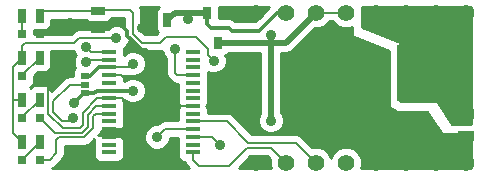
<source format=gtl>
G04 (created by PCBNEW-RS274X (2012-apr-16-27)-stable) date Sun 05 Jan 2014 06:44:37 PM EST*
G01*
G70*
G90*
%MOIN*%
G04 Gerber Fmt 3.4, Leading zero omitted, Abs format*
%FSLAX34Y34*%
G04 APERTURE LIST*
%ADD10C,0.006000*%
%ADD11C,0.189000*%
%ADD12R,0.189000X0.189000*%
%ADD13R,0.050000X0.016000*%
%ADD14R,0.027600X0.039400*%
%ADD15R,0.055000X0.035000*%
%ADD16R,0.025000X0.045000*%
%ADD17R,0.045000X0.025000*%
%ADD18R,0.030000X0.020000*%
%ADD19R,0.031400X0.031400*%
%ADD20C,0.055000*%
%ADD21C,0.035000*%
%ADD22C,0.008000*%
%ADD23C,0.020000*%
%ADD24C,0.012000*%
%ADD25C,0.010000*%
G04 APERTURE END LIST*
G54D10*
G54D11*
X71750Y-26500D03*
G54D12*
X74150Y-26500D03*
G54D11*
X72650Y-28500D03*
G54D13*
X66400Y-29150D03*
X66400Y-28900D03*
X66400Y-28640D03*
X66400Y-28380D03*
X66400Y-28130D03*
X66400Y-27870D03*
X66400Y-27610D03*
X66400Y-27360D03*
X66400Y-27100D03*
X66400Y-26850D03*
X66400Y-26590D03*
X66400Y-26330D03*
X66400Y-26080D03*
X66400Y-25820D03*
X63600Y-25820D03*
X63600Y-26080D03*
X63600Y-26320D03*
X63600Y-26590D03*
X63600Y-26850D03*
X63600Y-27100D03*
X63600Y-27360D03*
X63600Y-27610D03*
X63600Y-27870D03*
X63600Y-28130D03*
X63600Y-28380D03*
X63600Y-28640D03*
X63600Y-28900D03*
X63600Y-29150D03*
G54D14*
X67250Y-25500D03*
X66875Y-24500D03*
X67625Y-24500D03*
G54D15*
X75500Y-27875D03*
X75500Y-28625D03*
G54D16*
X65550Y-24750D03*
X64950Y-24750D03*
G54D17*
X63250Y-24450D03*
X63250Y-25050D03*
G54D18*
X62800Y-26900D03*
X62800Y-27180D03*
X62800Y-26620D03*
G54D16*
X61300Y-24600D03*
X60700Y-24600D03*
X60700Y-26000D03*
X61300Y-26000D03*
X61300Y-27400D03*
X60700Y-27400D03*
X61300Y-28800D03*
X60700Y-28800D03*
G54D19*
X60705Y-28000D03*
X61295Y-28000D03*
X60705Y-29400D03*
X61295Y-29400D03*
X60705Y-25200D03*
X61295Y-25200D03*
X60705Y-26600D03*
X61295Y-26600D03*
G54D20*
X68500Y-29500D03*
X69500Y-29500D03*
X70500Y-29500D03*
X71500Y-29500D03*
X72500Y-29500D03*
X73500Y-29500D03*
X74500Y-29500D03*
X75500Y-29500D03*
X75500Y-24500D03*
X74500Y-24500D03*
X73500Y-24500D03*
X72500Y-24500D03*
X71500Y-24500D03*
X70500Y-24500D03*
X69500Y-24500D03*
X68500Y-24500D03*
G54D21*
X67100Y-26100D03*
X66250Y-24700D03*
X63850Y-25350D03*
X69000Y-25250D03*
X69000Y-28100D03*
X67300Y-28900D03*
X62300Y-24850D03*
X64700Y-25000D03*
X65400Y-26700D03*
X65200Y-28000D03*
X62400Y-28000D03*
X65200Y-28650D03*
X62850Y-25650D03*
X62850Y-26150D03*
X65800Y-25700D03*
X64400Y-26200D03*
X62425Y-27525D03*
X64400Y-27100D03*
G54D22*
X63600Y-24400D02*
X64300Y-24400D01*
X64300Y-24400D02*
X64400Y-24500D01*
X66900Y-25700D02*
X66500Y-25300D01*
X66900Y-25900D02*
X66900Y-25700D01*
X64400Y-25200D02*
X64700Y-25500D01*
X67100Y-26100D02*
X66900Y-25900D01*
X64700Y-25500D02*
X65300Y-25500D01*
X65300Y-25500D02*
X65500Y-25300D01*
X65500Y-25300D02*
X66500Y-25300D01*
X63300Y-24400D02*
X63250Y-24450D01*
X74150Y-24850D02*
X74500Y-24500D01*
X74150Y-26500D02*
X74150Y-24850D01*
X73500Y-24500D02*
X72500Y-24500D01*
X74500Y-24500D02*
X73500Y-24500D01*
X75500Y-24500D02*
X74500Y-24500D01*
X61300Y-24600D02*
X61450Y-24450D01*
X61450Y-24450D02*
X63250Y-24450D01*
G54D23*
X75500Y-27850D02*
X74150Y-26500D01*
X75500Y-27875D02*
X75500Y-27850D01*
G54D22*
X64400Y-24500D02*
X64400Y-25200D01*
X63600Y-24400D02*
X63300Y-24400D01*
X60700Y-26000D02*
X60700Y-25600D01*
G54D23*
X65800Y-24500D02*
X66200Y-24500D01*
G54D22*
X66250Y-24700D02*
X66350Y-24600D01*
X66350Y-24600D02*
X66350Y-24500D01*
X62600Y-25350D02*
X63850Y-25350D01*
X62450Y-25500D02*
X62600Y-25350D01*
X60800Y-25500D02*
X62450Y-25500D01*
X60700Y-25600D02*
X60800Y-25500D01*
G54D24*
X69500Y-24500D02*
X69200Y-24500D01*
X68600Y-25100D02*
X67700Y-25100D01*
X67000Y-25000D02*
X66875Y-24875D01*
X69200Y-24500D02*
X68600Y-25100D01*
X67600Y-25000D02*
X67000Y-25000D01*
G54D23*
X66350Y-24500D02*
X66875Y-24500D01*
G54D24*
X66875Y-24875D02*
X66875Y-24500D01*
X67700Y-25100D02*
X67600Y-25000D01*
G54D22*
X60700Y-27400D02*
X60400Y-27400D01*
X60700Y-28800D02*
X60400Y-28500D01*
X60400Y-26300D02*
X60700Y-26000D01*
G54D23*
X66200Y-24500D02*
X66350Y-24500D01*
G54D22*
X60400Y-27400D02*
X60400Y-26300D01*
X60400Y-28500D02*
X60400Y-27400D01*
G54D23*
X65550Y-24750D02*
X65800Y-24500D01*
G54D22*
X70500Y-24500D02*
X71500Y-24500D01*
G54D23*
X69000Y-25250D02*
X69000Y-25500D01*
X67250Y-25500D02*
X69000Y-25500D01*
X69000Y-25500D02*
X69500Y-25500D01*
X69500Y-25500D02*
X70500Y-24500D01*
X69000Y-25250D02*
X69000Y-28100D01*
G54D22*
X66400Y-28640D02*
X67040Y-28640D01*
X67040Y-28640D02*
X67300Y-28900D01*
X68238Y-28838D02*
X69838Y-28838D01*
X67530Y-28130D02*
X68238Y-28838D01*
X66400Y-28130D02*
X67530Y-28130D01*
X69838Y-28838D02*
X70500Y-29500D01*
X66400Y-29150D02*
X66400Y-29400D01*
X69000Y-29000D02*
X69500Y-29500D01*
X68200Y-29000D02*
X69000Y-29000D01*
X67600Y-29600D02*
X68200Y-29000D01*
X66600Y-29600D02*
X67600Y-29600D01*
X66400Y-29400D02*
X66600Y-29600D01*
G54D24*
X61295Y-25200D02*
X61800Y-25200D01*
X61800Y-25200D02*
X61950Y-25200D01*
X63250Y-25050D02*
X62900Y-25050D01*
G54D22*
X62150Y-28338D02*
X62632Y-28338D01*
X61588Y-26893D02*
X61588Y-27868D01*
X62738Y-28232D02*
X62738Y-27832D01*
X63210Y-27360D02*
X63600Y-27360D01*
X61295Y-26600D02*
X61588Y-26893D01*
X62058Y-28338D02*
X62150Y-28338D01*
X62738Y-27832D02*
X63210Y-27360D01*
X61588Y-27868D02*
X62058Y-28338D01*
X62632Y-28338D02*
X62738Y-28232D01*
G54D24*
X61950Y-25200D02*
X62300Y-24850D01*
X62700Y-24850D02*
X62300Y-24850D01*
X62900Y-25050D02*
X62700Y-24850D01*
X64496Y-25554D02*
X64692Y-25750D01*
G54D22*
X72650Y-28500D02*
X72650Y-29350D01*
G54D24*
X64850Y-25750D02*
X65400Y-26300D01*
G54D22*
X65390Y-26690D02*
X65400Y-26700D01*
G54D24*
X64692Y-25750D02*
X64850Y-25750D01*
X63600Y-25050D02*
X63250Y-25050D01*
X64218Y-25276D02*
X64496Y-25554D01*
X64218Y-25118D02*
X64218Y-25276D01*
X63600Y-25050D02*
X63750Y-24900D01*
X63750Y-24900D02*
X64000Y-24900D01*
X64000Y-24900D02*
X64218Y-25118D01*
X65400Y-26700D02*
X65400Y-26300D01*
G54D22*
X72650Y-27400D02*
X71750Y-26500D01*
G54D23*
X64700Y-25000D02*
X64950Y-24750D01*
G54D22*
X64100Y-27400D02*
X64100Y-28360D01*
X74500Y-29500D02*
X73500Y-29500D01*
X73500Y-29500D02*
X72500Y-29500D01*
X64100Y-26690D02*
X64000Y-26590D01*
X63600Y-26590D02*
X64000Y-26590D01*
X64840Y-28360D02*
X64100Y-28360D01*
X75500Y-29500D02*
X74500Y-29500D01*
X64100Y-26690D02*
X65390Y-26690D01*
X66390Y-27600D02*
X66400Y-27610D01*
X64060Y-28640D02*
X63600Y-28640D01*
X64040Y-27360D02*
X64100Y-27400D01*
X64080Y-28380D02*
X64100Y-28400D01*
G54D23*
X75500Y-28625D02*
X75500Y-29500D01*
G54D22*
X64100Y-28600D02*
X64060Y-28640D01*
X63600Y-28380D02*
X64080Y-28380D01*
X65200Y-28000D02*
X64840Y-28360D01*
G54D23*
X67625Y-24500D02*
X68500Y-24500D01*
G54D22*
X72650Y-29350D02*
X72650Y-27400D01*
X72650Y-29350D02*
X72500Y-29500D01*
X64100Y-28400D02*
X64100Y-28600D01*
X65600Y-27600D02*
X66390Y-27600D01*
X63600Y-27360D02*
X64040Y-27360D01*
X72500Y-29500D02*
X72650Y-29350D01*
X65200Y-28000D02*
X65600Y-27600D01*
X64100Y-28360D02*
X64080Y-28380D01*
X61750Y-27800D02*
X62050Y-28100D01*
X62300Y-28100D02*
X62400Y-28000D01*
X62300Y-26900D02*
X62800Y-26900D01*
X62300Y-26900D02*
X61750Y-27450D01*
X61750Y-27450D02*
X61750Y-27800D01*
X66400Y-28380D02*
X65470Y-28380D01*
X65200Y-28650D02*
X65470Y-28380D01*
X62050Y-28100D02*
X62300Y-28100D01*
X62850Y-25650D02*
X63020Y-25820D01*
X63020Y-25820D02*
X63600Y-25820D01*
X62850Y-26150D02*
X62920Y-26080D01*
X62920Y-26080D02*
X63600Y-26080D01*
X63090Y-28172D02*
X63090Y-28340D01*
X63090Y-28340D02*
X62768Y-28662D01*
X61850Y-29180D02*
X61630Y-29400D01*
X63160Y-27870D02*
X63090Y-27940D01*
X63600Y-27870D02*
X63160Y-27870D01*
X62768Y-28662D02*
X61938Y-28662D01*
X63090Y-27940D02*
X63090Y-28172D01*
X61938Y-28662D02*
X61850Y-28750D01*
X61850Y-28750D02*
X61850Y-29180D01*
X61630Y-29400D02*
X61295Y-29400D01*
X62700Y-28500D02*
X62900Y-28300D01*
X62300Y-28500D02*
X62700Y-28500D01*
X63600Y-27610D02*
X63190Y-27610D01*
X61795Y-28500D02*
X61295Y-28000D01*
X62900Y-27900D02*
X63190Y-27610D01*
X62900Y-28300D02*
X62900Y-27900D01*
X61795Y-28500D02*
X62300Y-28500D01*
X65800Y-26500D02*
X65800Y-25700D01*
X65890Y-26590D02*
X65800Y-26500D01*
X66400Y-26590D02*
X65890Y-26590D01*
X63600Y-26320D02*
X64280Y-26320D01*
X64280Y-26320D02*
X64400Y-26200D01*
G54D24*
X63280Y-26320D02*
X63600Y-26320D01*
X62800Y-26620D02*
X62980Y-26620D01*
X62980Y-26620D02*
X63280Y-26320D01*
G54D22*
X61300Y-27400D02*
X60705Y-27995D01*
X60705Y-27995D02*
X60705Y-28000D01*
X60700Y-24600D02*
X60700Y-25195D01*
X60700Y-25195D02*
X60705Y-25200D01*
X60705Y-26595D02*
X60705Y-26600D01*
X61300Y-26000D02*
X60705Y-26595D01*
X60705Y-29400D02*
X61300Y-28805D01*
X61300Y-28805D02*
X61300Y-28800D01*
G54D24*
X62770Y-27180D02*
X62800Y-27180D01*
X62425Y-27525D02*
X62770Y-27180D01*
X63600Y-27100D02*
X64300Y-27100D01*
X64300Y-27100D02*
X64400Y-27100D01*
X63120Y-27180D02*
X62800Y-27180D01*
X63200Y-27100D02*
X63120Y-27180D01*
X63600Y-27100D02*
X63200Y-27100D01*
G54D10*
G36*
X75675Y-28200D02*
X75027Y-28200D01*
X74527Y-27450D01*
X73300Y-27450D01*
X73300Y-25466D01*
X72050Y-24966D01*
X72050Y-24325D01*
X75675Y-24325D01*
X75675Y-28200D01*
X75675Y-28200D01*
G37*
G54D25*
X75675Y-28200D02*
X75027Y-28200D01*
X74527Y-27450D01*
X73300Y-27450D01*
X73300Y-25466D01*
X72050Y-24966D01*
X72050Y-24325D01*
X75675Y-24325D01*
X75675Y-28200D01*
G54D10*
G36*
X62499Y-25900D02*
X62490Y-25909D01*
X62425Y-26065D01*
X62425Y-26234D01*
X62471Y-26346D01*
X62439Y-26379D01*
X62401Y-26470D01*
X62401Y-26569D01*
X62401Y-26610D01*
X62300Y-26610D01*
X62189Y-26632D01*
X62095Y-26695D01*
X62094Y-26695D01*
X62094Y-26696D01*
X61671Y-27118D01*
X61636Y-27034D01*
X61566Y-26964D01*
X61475Y-26926D01*
X61376Y-26926D01*
X61126Y-26926D01*
X61034Y-26964D01*
X61000Y-26998D01*
X60979Y-26977D01*
X61003Y-26968D01*
X61073Y-26898D01*
X61111Y-26807D01*
X61111Y-26708D01*
X61111Y-26599D01*
X61236Y-26474D01*
X61474Y-26474D01*
X61566Y-26436D01*
X61636Y-26366D01*
X61674Y-26275D01*
X61674Y-26176D01*
X61674Y-25790D01*
X62447Y-25790D01*
X62489Y-25890D01*
X62499Y-25900D01*
X62499Y-25900D01*
G37*
G54D25*
X62499Y-25900D02*
X62490Y-25909D01*
X62425Y-26065D01*
X62425Y-26234D01*
X62471Y-26346D01*
X62439Y-26379D01*
X62401Y-26470D01*
X62401Y-26569D01*
X62401Y-26610D01*
X62300Y-26610D01*
X62189Y-26632D01*
X62095Y-26695D01*
X62094Y-26695D01*
X62094Y-26696D01*
X61671Y-27118D01*
X61636Y-27034D01*
X61566Y-26964D01*
X61475Y-26926D01*
X61376Y-26926D01*
X61126Y-26926D01*
X61034Y-26964D01*
X61000Y-26998D01*
X60979Y-26977D01*
X61003Y-26968D01*
X61073Y-26898D01*
X61111Y-26807D01*
X61111Y-26708D01*
X61111Y-26599D01*
X61236Y-26474D01*
X61474Y-26474D01*
X61566Y-26436D01*
X61636Y-26366D01*
X61674Y-26275D01*
X61674Y-26176D01*
X61674Y-25790D01*
X62447Y-25790D01*
X62489Y-25890D01*
X62499Y-25900D01*
G54D10*
G36*
X64110Y-25009D02*
X64091Y-24990D01*
X63935Y-24925D01*
X63766Y-24925D01*
X63610Y-24989D01*
X63539Y-25060D01*
X62600Y-25060D01*
X62489Y-25082D01*
X62395Y-25145D01*
X62330Y-25210D01*
X61111Y-25210D01*
X61111Y-25068D01*
X61125Y-25074D01*
X61224Y-25074D01*
X61474Y-25074D01*
X61566Y-25036D01*
X61636Y-24966D01*
X61674Y-24875D01*
X61674Y-24776D01*
X61674Y-24740D01*
X62838Y-24740D01*
X62884Y-24786D01*
X62975Y-24824D01*
X63074Y-24824D01*
X63524Y-24824D01*
X63616Y-24786D01*
X63686Y-24716D01*
X63696Y-24690D01*
X64110Y-24690D01*
X64110Y-25009D01*
X64110Y-25009D01*
G37*
G54D25*
X64110Y-25009D02*
X64091Y-24990D01*
X63935Y-24925D01*
X63766Y-24925D01*
X63610Y-24989D01*
X63539Y-25060D01*
X62600Y-25060D01*
X62489Y-25082D01*
X62395Y-25145D01*
X62330Y-25210D01*
X61111Y-25210D01*
X61111Y-25068D01*
X61125Y-25074D01*
X61224Y-25074D01*
X61474Y-25074D01*
X61566Y-25036D01*
X61636Y-24966D01*
X61674Y-24875D01*
X61674Y-24776D01*
X61674Y-24740D01*
X62838Y-24740D01*
X62884Y-24786D01*
X62975Y-24824D01*
X63074Y-24824D01*
X63524Y-24824D01*
X63616Y-24786D01*
X63686Y-24716D01*
X63696Y-24690D01*
X64110Y-24690D01*
X64110Y-25009D01*
G54D10*
G36*
X65273Y-24325D02*
X65214Y-24384D01*
X65176Y-24475D01*
X65176Y-24574D01*
X65176Y-25024D01*
X65214Y-25116D01*
X65244Y-25146D01*
X65180Y-25210D01*
X64820Y-25210D01*
X64690Y-25080D01*
X64690Y-24500D01*
X64668Y-24389D01*
X64625Y-24325D01*
X65273Y-24325D01*
X65273Y-24325D01*
G37*
G54D25*
X65273Y-24325D02*
X65214Y-24384D01*
X65176Y-24475D01*
X65176Y-24574D01*
X65176Y-25024D01*
X65214Y-25116D01*
X65244Y-25146D01*
X65180Y-25210D01*
X64820Y-25210D01*
X64690Y-25080D01*
X64690Y-24500D01*
X64668Y-24389D01*
X64625Y-24325D01*
X65273Y-24325D01*
G54D10*
G36*
X66265Y-29675D02*
X61705Y-29675D01*
X61741Y-29668D01*
X61835Y-29605D01*
X62055Y-29385D01*
X62118Y-29291D01*
X62140Y-29180D01*
X62140Y-28952D01*
X62768Y-28952D01*
X62879Y-28930D01*
X62973Y-28867D01*
X63123Y-28716D01*
X63101Y-28770D01*
X63101Y-28869D01*
X63101Y-29020D01*
X63101Y-29029D01*
X63101Y-29119D01*
X63101Y-29279D01*
X63139Y-29371D01*
X63209Y-29441D01*
X63300Y-29479D01*
X63399Y-29479D01*
X63899Y-29479D01*
X63991Y-29441D01*
X64061Y-29371D01*
X64099Y-29280D01*
X64099Y-29181D01*
X64099Y-29030D01*
X64099Y-29021D01*
X64099Y-28931D01*
X64099Y-28771D01*
X64061Y-28679D01*
X63991Y-28609D01*
X63900Y-28571D01*
X63801Y-28571D01*
X63301Y-28571D01*
X63246Y-28593D01*
X63295Y-28545D01*
X63352Y-28459D01*
X63399Y-28459D01*
X63899Y-28459D01*
X63991Y-28421D01*
X64061Y-28351D01*
X64099Y-28260D01*
X64099Y-28161D01*
X64099Y-28001D01*
X64098Y-28000D01*
X64099Y-28000D01*
X64099Y-27901D01*
X64099Y-27741D01*
X64098Y-27740D01*
X64099Y-27740D01*
X64099Y-27641D01*
X64099Y-27481D01*
X64069Y-27410D01*
X64109Y-27410D01*
X64159Y-27460D01*
X64315Y-27525D01*
X64484Y-27525D01*
X64640Y-27461D01*
X64760Y-27341D01*
X64825Y-27185D01*
X64825Y-27016D01*
X64761Y-26860D01*
X64641Y-26740D01*
X64485Y-26675D01*
X64316Y-26675D01*
X64160Y-26739D01*
X64109Y-26790D01*
X64099Y-26790D01*
X64099Y-26721D01*
X64061Y-26629D01*
X64042Y-26610D01*
X64279Y-26610D01*
X64280Y-26610D01*
X64315Y-26625D01*
X64484Y-26625D01*
X64640Y-26561D01*
X64760Y-26441D01*
X64825Y-26285D01*
X64825Y-26116D01*
X64761Y-25960D01*
X64641Y-25840D01*
X64485Y-25775D01*
X64316Y-25775D01*
X64160Y-25839D01*
X64099Y-25900D01*
X64099Y-25851D01*
X64099Y-25702D01*
X64210Y-25591D01*
X64260Y-25470D01*
X64495Y-25705D01*
X64589Y-25768D01*
X64700Y-25790D01*
X65300Y-25790D01*
X65375Y-25775D01*
X65375Y-25784D01*
X65439Y-25940D01*
X65510Y-26011D01*
X65510Y-26500D01*
X65532Y-26611D01*
X65595Y-26705D01*
X65685Y-26795D01*
X65779Y-26858D01*
X65890Y-26880D01*
X65901Y-26880D01*
X65901Y-26970D01*
X65901Y-26979D01*
X65901Y-27069D01*
X65901Y-27229D01*
X65901Y-27230D01*
X65901Y-27329D01*
X65901Y-27489D01*
X65939Y-27581D01*
X65973Y-27615D01*
X65939Y-27649D01*
X65901Y-27740D01*
X65901Y-27839D01*
X65901Y-27999D01*
X65901Y-28000D01*
X65901Y-28090D01*
X65470Y-28090D01*
X65359Y-28112D01*
X65265Y-28175D01*
X65264Y-28175D01*
X65264Y-28176D01*
X65215Y-28225D01*
X65116Y-28225D01*
X64960Y-28289D01*
X64840Y-28409D01*
X64775Y-28565D01*
X64775Y-28734D01*
X64839Y-28890D01*
X64959Y-29010D01*
X65115Y-29075D01*
X65284Y-29075D01*
X65440Y-29011D01*
X65560Y-28891D01*
X65625Y-28735D01*
X65625Y-28670D01*
X65901Y-28670D01*
X65901Y-28769D01*
X65901Y-28770D01*
X65901Y-28869D01*
X65901Y-29020D01*
X65901Y-29029D01*
X65901Y-29119D01*
X65901Y-29279D01*
X65939Y-29371D01*
X66009Y-29441D01*
X66100Y-29479D01*
X66125Y-29479D01*
X66132Y-29511D01*
X66195Y-29605D01*
X66265Y-29675D01*
X66265Y-29675D01*
G37*
G54D25*
X66265Y-29675D02*
X61705Y-29675D01*
X61741Y-29668D01*
X61835Y-29605D01*
X62055Y-29385D01*
X62118Y-29291D01*
X62140Y-29180D01*
X62140Y-28952D01*
X62768Y-28952D01*
X62879Y-28930D01*
X62973Y-28867D01*
X63123Y-28716D01*
X63101Y-28770D01*
X63101Y-28869D01*
X63101Y-29020D01*
X63101Y-29029D01*
X63101Y-29119D01*
X63101Y-29279D01*
X63139Y-29371D01*
X63209Y-29441D01*
X63300Y-29479D01*
X63399Y-29479D01*
X63899Y-29479D01*
X63991Y-29441D01*
X64061Y-29371D01*
X64099Y-29280D01*
X64099Y-29181D01*
X64099Y-29030D01*
X64099Y-29021D01*
X64099Y-28931D01*
X64099Y-28771D01*
X64061Y-28679D01*
X63991Y-28609D01*
X63900Y-28571D01*
X63801Y-28571D01*
X63301Y-28571D01*
X63246Y-28593D01*
X63295Y-28545D01*
X63352Y-28459D01*
X63399Y-28459D01*
X63899Y-28459D01*
X63991Y-28421D01*
X64061Y-28351D01*
X64099Y-28260D01*
X64099Y-28161D01*
X64099Y-28001D01*
X64098Y-28000D01*
X64099Y-28000D01*
X64099Y-27901D01*
X64099Y-27741D01*
X64098Y-27740D01*
X64099Y-27740D01*
X64099Y-27641D01*
X64099Y-27481D01*
X64069Y-27410D01*
X64109Y-27410D01*
X64159Y-27460D01*
X64315Y-27525D01*
X64484Y-27525D01*
X64640Y-27461D01*
X64760Y-27341D01*
X64825Y-27185D01*
X64825Y-27016D01*
X64761Y-26860D01*
X64641Y-26740D01*
X64485Y-26675D01*
X64316Y-26675D01*
X64160Y-26739D01*
X64109Y-26790D01*
X64099Y-26790D01*
X64099Y-26721D01*
X64061Y-26629D01*
X64042Y-26610D01*
X64279Y-26610D01*
X64280Y-26610D01*
X64315Y-26625D01*
X64484Y-26625D01*
X64640Y-26561D01*
X64760Y-26441D01*
X64825Y-26285D01*
X64825Y-26116D01*
X64761Y-25960D01*
X64641Y-25840D01*
X64485Y-25775D01*
X64316Y-25775D01*
X64160Y-25839D01*
X64099Y-25900D01*
X64099Y-25851D01*
X64099Y-25702D01*
X64210Y-25591D01*
X64260Y-25470D01*
X64495Y-25705D01*
X64589Y-25768D01*
X64700Y-25790D01*
X65300Y-25790D01*
X65375Y-25775D01*
X65375Y-25784D01*
X65439Y-25940D01*
X65510Y-26011D01*
X65510Y-26500D01*
X65532Y-26611D01*
X65595Y-26705D01*
X65685Y-26795D01*
X65779Y-26858D01*
X65890Y-26880D01*
X65901Y-26880D01*
X65901Y-26970D01*
X65901Y-26979D01*
X65901Y-27069D01*
X65901Y-27229D01*
X65901Y-27230D01*
X65901Y-27329D01*
X65901Y-27489D01*
X65939Y-27581D01*
X65973Y-27615D01*
X65939Y-27649D01*
X65901Y-27740D01*
X65901Y-27839D01*
X65901Y-27999D01*
X65901Y-28000D01*
X65901Y-28090D01*
X65470Y-28090D01*
X65359Y-28112D01*
X65265Y-28175D01*
X65264Y-28175D01*
X65264Y-28176D01*
X65215Y-28225D01*
X65116Y-28225D01*
X64960Y-28289D01*
X64840Y-28409D01*
X64775Y-28565D01*
X64775Y-28734D01*
X64839Y-28890D01*
X64959Y-29010D01*
X65115Y-29075D01*
X65284Y-29075D01*
X65440Y-29011D01*
X65560Y-28891D01*
X65625Y-28735D01*
X65625Y-28670D01*
X65901Y-28670D01*
X65901Y-28769D01*
X65901Y-28770D01*
X65901Y-28869D01*
X65901Y-29020D01*
X65901Y-29029D01*
X65901Y-29119D01*
X65901Y-29279D01*
X65939Y-29371D01*
X66009Y-29441D01*
X66100Y-29479D01*
X66125Y-29479D01*
X66132Y-29511D01*
X66195Y-29605D01*
X66265Y-29675D01*
G54D10*
G36*
X68936Y-24325D02*
X68471Y-24790D01*
X67828Y-24790D01*
X67819Y-24781D01*
X67719Y-24714D01*
X67600Y-24690D01*
X67262Y-24690D01*
X67262Y-24648D01*
X67262Y-24325D01*
X68936Y-24325D01*
X68936Y-24325D01*
G37*
G54D25*
X68936Y-24325D02*
X68471Y-24790D01*
X67828Y-24790D01*
X67819Y-24781D01*
X67719Y-24714D01*
X67600Y-24690D01*
X67262Y-24690D01*
X67262Y-24648D01*
X67262Y-24325D01*
X68936Y-24325D01*
G54D10*
G36*
X69004Y-29675D02*
X67935Y-29675D01*
X68320Y-29290D01*
X68880Y-29290D01*
X68977Y-29387D01*
X68975Y-29395D01*
X68975Y-29604D01*
X69004Y-29675D01*
X69004Y-29675D01*
G37*
G54D25*
X69004Y-29675D02*
X67935Y-29675D01*
X68320Y-29290D01*
X68880Y-29290D01*
X68977Y-29387D01*
X68975Y-29395D01*
X68975Y-29604D01*
X69004Y-29675D01*
G54D10*
G36*
X75675Y-29675D02*
X71995Y-29675D01*
X72025Y-29605D01*
X72025Y-29396D01*
X71945Y-29203D01*
X71798Y-29055D01*
X71605Y-28975D01*
X71396Y-28975D01*
X71203Y-29055D01*
X71055Y-29202D01*
X70999Y-29335D01*
X70945Y-29203D01*
X70798Y-29055D01*
X70605Y-28975D01*
X70396Y-28975D01*
X70388Y-28978D01*
X70043Y-28633D01*
X69949Y-28570D01*
X69838Y-28548D01*
X68358Y-28548D01*
X67735Y-27925D01*
X67641Y-27862D01*
X67530Y-27840D01*
X66899Y-27840D01*
X66899Y-27741D01*
X66861Y-27649D01*
X66827Y-27615D01*
X66861Y-27581D01*
X66899Y-27490D01*
X66899Y-27391D01*
X66899Y-27231D01*
X66898Y-27230D01*
X66899Y-27230D01*
X66899Y-27131D01*
X66899Y-26980D01*
X66899Y-26971D01*
X66899Y-26881D01*
X66899Y-26721D01*
X66898Y-26720D01*
X66899Y-26720D01*
X66899Y-26621D01*
X66899Y-26476D01*
X67015Y-26525D01*
X67184Y-26525D01*
X67340Y-26461D01*
X67460Y-26341D01*
X67525Y-26185D01*
X67525Y-26016D01*
X67487Y-25925D01*
X67529Y-25908D01*
X67587Y-25850D01*
X68650Y-25850D01*
X68650Y-27849D01*
X68640Y-27859D01*
X68575Y-28015D01*
X68575Y-28184D01*
X68639Y-28340D01*
X68759Y-28460D01*
X68915Y-28525D01*
X69084Y-28525D01*
X69240Y-28461D01*
X69360Y-28341D01*
X69425Y-28185D01*
X69425Y-28016D01*
X69361Y-27860D01*
X69350Y-27849D01*
X69350Y-25850D01*
X69500Y-25850D01*
X69500Y-25849D01*
X69634Y-25823D01*
X69747Y-25747D01*
X70469Y-25025D01*
X70604Y-25025D01*
X70797Y-24945D01*
X70945Y-24798D01*
X70948Y-24790D01*
X71052Y-24790D01*
X71055Y-24797D01*
X71202Y-24945D01*
X71395Y-25025D01*
X71604Y-25025D01*
X71700Y-24985D01*
X71700Y-25284D01*
X72950Y-25784D01*
X72950Y-27800D01*
X74223Y-27800D01*
X74723Y-28550D01*
X75675Y-28550D01*
X75675Y-29675D01*
X75675Y-29675D01*
G37*
G54D25*
X75675Y-29675D02*
X71995Y-29675D01*
X72025Y-29605D01*
X72025Y-29396D01*
X71945Y-29203D01*
X71798Y-29055D01*
X71605Y-28975D01*
X71396Y-28975D01*
X71203Y-29055D01*
X71055Y-29202D01*
X70999Y-29335D01*
X70945Y-29203D01*
X70798Y-29055D01*
X70605Y-28975D01*
X70396Y-28975D01*
X70388Y-28978D01*
X70043Y-28633D01*
X69949Y-28570D01*
X69838Y-28548D01*
X68358Y-28548D01*
X67735Y-27925D01*
X67641Y-27862D01*
X67530Y-27840D01*
X66899Y-27840D01*
X66899Y-27741D01*
X66861Y-27649D01*
X66827Y-27615D01*
X66861Y-27581D01*
X66899Y-27490D01*
X66899Y-27391D01*
X66899Y-27231D01*
X66898Y-27230D01*
X66899Y-27230D01*
X66899Y-27131D01*
X66899Y-26980D01*
X66899Y-26971D01*
X66899Y-26881D01*
X66899Y-26721D01*
X66898Y-26720D01*
X66899Y-26720D01*
X66899Y-26621D01*
X66899Y-26476D01*
X67015Y-26525D01*
X67184Y-26525D01*
X67340Y-26461D01*
X67460Y-26341D01*
X67525Y-26185D01*
X67525Y-26016D01*
X67487Y-25925D01*
X67529Y-25908D01*
X67587Y-25850D01*
X68650Y-25850D01*
X68650Y-27849D01*
X68640Y-27859D01*
X68575Y-28015D01*
X68575Y-28184D01*
X68639Y-28340D01*
X68759Y-28460D01*
X68915Y-28525D01*
X69084Y-28525D01*
X69240Y-28461D01*
X69360Y-28341D01*
X69425Y-28185D01*
X69425Y-28016D01*
X69361Y-27860D01*
X69350Y-27849D01*
X69350Y-25850D01*
X69500Y-25850D01*
X69500Y-25849D01*
X69634Y-25823D01*
X69747Y-25747D01*
X70469Y-25025D01*
X70604Y-25025D01*
X70797Y-24945D01*
X70945Y-24798D01*
X70948Y-24790D01*
X71052Y-24790D01*
X71055Y-24797D01*
X71202Y-24945D01*
X71395Y-25025D01*
X71604Y-25025D01*
X71700Y-24985D01*
X71700Y-25284D01*
X72950Y-25784D01*
X72950Y-27800D01*
X74223Y-27800D01*
X74723Y-28550D01*
X75675Y-28550D01*
X75675Y-29675D01*
M02*

</source>
